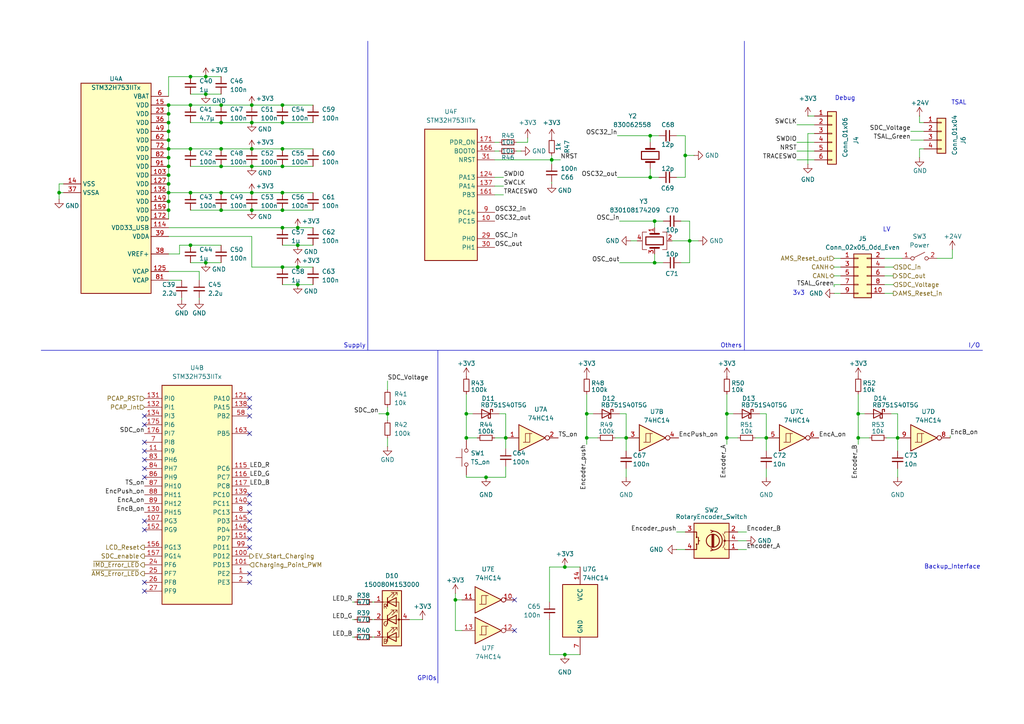
<source format=kicad_sch>
(kicad_sch
	(version 20231120)
	(generator "eeschema")
	(generator_version "8.0")
	(uuid "35b8a975-a1f8-4a47-8395-8e1ea283b386")
	(paper "A4")
	
	(junction
		(at 210.82 127)
		(diameter 0)
		(color 0 0 0 0)
		(uuid "03054f2e-9208-4716-83d7-1967059eae49")
	)
	(junction
		(at 170.18 120.015)
		(diameter 0)
		(color 0 0 0 0)
		(uuid "04edc9c4-6ba3-413b-80a1-5be3abfb178c")
	)
	(junction
		(at 48.895 58.42)
		(diameter 0)
		(color 0 0 0 0)
		(uuid "0639ff6d-0fa4-4a92-9101-ae69b2e89fd2")
	)
	(junction
		(at 135.255 127)
		(diameter 0)
		(color 0 0 0 0)
		(uuid "0da62957-c2c4-4942-91bd-ffb8d4251c5e")
	)
	(junction
		(at 59.69 22.225)
		(diameter 0)
		(color 0 0 0 0)
		(uuid "0fb52946-5285-4acc-80fc-8023aaa28b8f")
	)
	(junction
		(at 55.245 30.48)
		(diameter 0)
		(color 0 0 0 0)
		(uuid "1277a601-4d5f-42fb-a0c5-a1f18ba0016e")
	)
	(junction
		(at 260.35 127)
		(diameter 0)
		(color 0 0 0 0)
		(uuid "1ec9d057-6b69-4bff-b2f9-d0b216a47459")
	)
	(junction
		(at 181.61 127)
		(diameter 0)
		(color 0 0 0 0)
		(uuid "1fbd7fc5-8c6d-4ada-afcb-22c60ceb9e34")
	)
	(junction
		(at 132.08 173.99)
		(diameter 0)
		(color 0 0 0 0)
		(uuid "2372f2f0-8b6b-4ba0-8156-48184e2d7c4f")
	)
	(junction
		(at 163.83 164.465)
		(diameter 0)
		(color 0 0 0 0)
		(uuid "32af624e-2218-4443-87a1-2186e9d667d8")
	)
	(junction
		(at 248.92 120.015)
		(diameter 0)
		(color 0 0 0 0)
		(uuid "37d9dbe4-82b9-4615-805a-2f19a542c56e")
	)
	(junction
		(at 170.18 127)
		(diameter 0)
		(color 0 0 0 0)
		(uuid "384fafa7-2dc2-475f-b12a-20aa52e1d930")
	)
	(junction
		(at 112.395 120.015)
		(diameter 0)
		(color 0 0 0 0)
		(uuid "38d409b5-2312-4643-b1fc-fd0131fce598")
	)
	(junction
		(at 55.245 55.88)
		(diameter 0)
		(color 0 0 0 0)
		(uuid "3a44a5b6-35e6-477b-bf34-724cef99df7e")
	)
	(junction
		(at 48.895 30.48)
		(diameter 0)
		(color 0 0 0 0)
		(uuid "3b2e415b-e57a-4f5e-b680-987d6e0ee75d")
	)
	(junction
		(at 64.135 43.18)
		(diameter 0)
		(color 0 0 0 0)
		(uuid "412c5816-2822-46ca-a32f-61cb431bfe1e")
	)
	(junction
		(at 48.895 33.02)
		(diameter 0)
		(color 0 0 0 0)
		(uuid "430d2d22-0f07-45e6-a066-ebb18e98b45d")
	)
	(junction
		(at 81.915 77.47)
		(diameter 0)
		(color 0 0 0 0)
		(uuid "432f5d77-435d-4ec6-8d84-c3578eca972e")
	)
	(junction
		(at 73.025 48.26)
		(diameter 0)
		(color 0 0 0 0)
		(uuid "43f5a8a8-38be-4f74-81aa-71bbc42e5709")
	)
	(junction
		(at 248.92 127)
		(diameter 0)
		(color 0 0 0 0)
		(uuid "46587df5-c4cb-464f-b081-46b2e985f2df")
	)
	(junction
		(at 86.36 82.55)
		(diameter 0)
		(color 0 0 0 0)
		(uuid "4904ae19-57ee-4766-a793-026af6184969")
	)
	(junction
		(at 48.895 55.88)
		(diameter 0)
		(color 0 0 0 0)
		(uuid "4a33e8c1-b15f-4db0-b29d-1dd2148aad9a")
	)
	(junction
		(at 73.025 55.88)
		(diameter 0)
		(color 0 0 0 0)
		(uuid "4bd9b2ee-526d-4e54-8543-852c7a6f1074")
	)
	(junction
		(at 48.895 38.1)
		(diameter 0)
		(color 0 0 0 0)
		(uuid "4bef900f-dc66-42af-b560-e8cc8d6a6bce")
	)
	(junction
		(at 48.895 35.56)
		(diameter 0)
		(color 0 0 0 0)
		(uuid "4c2b925c-0792-420d-8f18-1f562d9b6ba2")
	)
	(junction
		(at 86.36 71.12)
		(diameter 0)
		(color 0 0 0 0)
		(uuid "4ff38491-b732-4bec-930a-4ca407ceb858")
	)
	(junction
		(at 198.755 45.085)
		(diameter 0)
		(color 0 0 0 0)
		(uuid "556ed635-fced-44e3-845c-f708c990d149")
	)
	(junction
		(at 163.83 189.865)
		(diameter 0)
		(color 0 0 0 0)
		(uuid "57546ade-761b-45ef-9890-daec7eb5d082")
	)
	(junction
		(at 81.915 66.04)
		(diameter 0)
		(color 0 0 0 0)
		(uuid "58f143f7-5a5b-4ff8-89cf-03a63964eb53")
	)
	(junction
		(at 189.865 64.135)
		(diameter 0)
		(color 0 0 0 0)
		(uuid "592f8bd9-4310-4fe4-b840-3718d5a08ff0")
	)
	(junction
		(at 73.025 35.56)
		(diameter 0)
		(color 0 0 0 0)
		(uuid "5a46c399-0f9f-4049-86b9-32bfb792b0a4")
	)
	(junction
		(at 55.245 22.225)
		(diameter 0)
		(color 0 0 0 0)
		(uuid "5ee7831a-b9cd-4699-8b90-ccd7a33a516a")
	)
	(junction
		(at 81.915 60.96)
		(diameter 0)
		(color 0 0 0 0)
		(uuid "62af3ba4-2380-4137-9c4c-8f703fa148db")
	)
	(junction
		(at 222.25 127)
		(diameter 0)
		(color 0 0 0 0)
		(uuid "68357784-7318-43f3-becd-152fcf669e7d")
	)
	(junction
		(at 73.025 30.48)
		(diameter 0)
		(color 0 0 0 0)
		(uuid "6b4ae941-68bd-4806-b564-6051c3e374f6")
	)
	(junction
		(at 48.895 45.72)
		(diameter 0)
		(color 0 0 0 0)
		(uuid "6e7d6e8b-008e-46f2-97bf-300e301fcdc5")
	)
	(junction
		(at 59.69 27.305)
		(diameter 0)
		(color 0 0 0 0)
		(uuid "84972f59-b0b8-441f-aae9-7917b0ac015f")
	)
	(junction
		(at 73.025 43.18)
		(diameter 0)
		(color 0 0 0 0)
		(uuid "84d185bd-171c-460f-91bf-66aa757880e7")
	)
	(junction
		(at 64.135 35.56)
		(diameter 0)
		(color 0 0 0 0)
		(uuid "8a3e42ba-433e-476e-bec8-923cd84f46fb")
	)
	(junction
		(at 48.895 50.8)
		(diameter 0)
		(color 0 0 0 0)
		(uuid "93864b3d-3224-4702-bf3d-2ed04340069c")
	)
	(junction
		(at 86.36 77.47)
		(diameter 0)
		(color 0 0 0 0)
		(uuid "9e0818cf-2913-43d0-81ad-5fd7c6a3ddb1")
	)
	(junction
		(at 140.97 138.43)
		(diameter 0)
		(color 0 0 0 0)
		(uuid "a2af58c6-5f1e-4b3e-b0c0-12a279005486")
	)
	(junction
		(at 64.135 48.26)
		(diameter 0)
		(color 0 0 0 0)
		(uuid "a8da62c7-b5b2-4a05-8568-ce944b258201")
	)
	(junction
		(at 189.865 76.2)
		(diameter 0)
		(color 0 0 0 0)
		(uuid "ac9f37a4-8446-4a5b-a6ff-9f608799a097")
	)
	(junction
		(at 48.895 48.26)
		(diameter 0)
		(color 0 0 0 0)
		(uuid "b510fd1a-117a-465f-a751-9a561bd2ac96")
	)
	(junction
		(at 48.895 40.64)
		(diameter 0)
		(color 0 0 0 0)
		(uuid "b530e2a2-741c-4c76-ace0-7d60e6d206ce")
	)
	(junction
		(at 135.255 120.015)
		(diameter 0)
		(color 0 0 0 0)
		(uuid "b5323042-cbc4-4c6d-8b55-da362d9db400")
	)
	(junction
		(at 81.915 55.88)
		(diameter 0)
		(color 0 0 0 0)
		(uuid "bca7b570-75fa-40a7-a5dd-b415eee9e6fa")
	)
	(junction
		(at 81.915 48.26)
		(diameter 0)
		(color 0 0 0 0)
		(uuid "bcf0274b-9b82-4ddd-b442-da13a9d22e46")
	)
	(junction
		(at 55.245 71.12)
		(diameter 0)
		(color 0 0 0 0)
		(uuid "bdeb1722-eb35-4647-a7e0-350ed2e01785")
	)
	(junction
		(at 200.025 69.85)
		(diameter 0)
		(color 0 0 0 0)
		(uuid "c2234057-b903-484a-a2e3-a32a8859901c")
	)
	(junction
		(at 73.025 60.96)
		(diameter 0)
		(color 0 0 0 0)
		(uuid "c55b6c0a-705b-4ad7-afc8-beda683bc62e")
	)
	(junction
		(at 55.245 43.18)
		(diameter 0)
		(color 0 0 0 0)
		(uuid "ced6b67c-b589-447b-b173-eb3d5278bd77")
	)
	(junction
		(at 86.36 66.04)
		(diameter 0)
		(color 0 0 0 0)
		(uuid "ceeeb9fd-c3cf-438c-9822-df85739f3524")
	)
	(junction
		(at 160.02 46.355)
		(diameter 0)
		(color 0 0 0 0)
		(uuid "d01fb329-49c1-4312-9a86-8c2522e92a75")
	)
	(junction
		(at 188.595 51.435)
		(diameter 0)
		(color 0 0 0 0)
		(uuid "d62f36d0-5342-483c-96b2-d979dd1cfd28")
	)
	(junction
		(at 188.595 39.37)
		(diameter 0)
		(color 0 0 0 0)
		(uuid "d7b6fc6c-855c-4ad5-b8db-ffb1631d4d8e")
	)
	(junction
		(at 17.145 55.88)
		(diameter 0)
		(color 0 0 0 0)
		(uuid "da4a391a-8756-4bbe-ad5d-6a5d7cc0698f")
	)
	(junction
		(at 59.69 76.2)
		(diameter 0)
		(color 0 0 0 0)
		(uuid "dc976682-daa7-427b-b632-e4e6f1b2f4a5")
	)
	(junction
		(at 146.685 127)
		(diameter 0)
		(color 0 0 0 0)
		(uuid "ddd035ed-81df-49e3-9245-82755440f4a5")
	)
	(junction
		(at 48.895 53.34)
		(diameter 0)
		(color 0 0 0 0)
		(uuid "e0d34c7c-a2c8-4d45-a4be-7edc074c7759")
	)
	(junction
		(at 210.82 120.015)
		(diameter 0)
		(color 0 0 0 0)
		(uuid "e28988d6-1ee7-4e20-9f02-35f81af9ff26")
	)
	(junction
		(at 81.915 30.48)
		(diameter 0)
		(color 0 0 0 0)
		(uuid "e6ae9a3e-d48c-4e18-9235-74fe81b4c978")
	)
	(junction
		(at 48.895 60.96)
		(diameter 0)
		(color 0 0 0 0)
		(uuid "eea696d1-0980-4f7d-9ba9-1ff3dcb2b606")
	)
	(junction
		(at 64.135 55.88)
		(diameter 0)
		(color 0 0 0 0)
		(uuid "f3f74bf6-10b1-4218-bfb6-61ef3118c054")
	)
	(junction
		(at 64.135 60.96)
		(diameter 0)
		(color 0 0 0 0)
		(uuid "f5150f2b-4683-49e5-a470-3066104142ee")
	)
	(junction
		(at 48.895 43.18)
		(diameter 0)
		(color 0 0 0 0)
		(uuid "f5abb69e-3023-40b6-8c88-ffed31815111")
	)
	(junction
		(at 64.135 30.48)
		(diameter 0)
		(color 0 0 0 0)
		(uuid "f71381d7-d154-4117-8ffa-0d9e641e8953")
	)
	(junction
		(at 81.915 43.18)
		(diameter 0)
		(color 0 0 0 0)
		(uuid "fa07ce36-60e8-4ebb-8b80-5cc0f863054d")
	)
	(junction
		(at 81.915 35.56)
		(diameter 0)
		(color 0 0 0 0)
		(uuid "fea021c6-6169-4cbd-bd9b-0c0e6e7bdfc0")
	)
	(no_connect
		(at 72.39 153.67)
		(uuid "0979849e-710e-47b6-86d7-e9c688b9aa11")
	)
	(no_connect
		(at 72.39 143.51)
		(uuid "13083978-a433-486d-9ce7-3968dc7190da")
	)
	(no_connect
		(at 41.91 123.19)
		(uuid "146ce1fc-bec7-4dc3-ab48-bc46d796fe51")
	)
	(no_connect
		(at 72.39 166.37)
		(uuid "184e0b37-2f9c-4056-97b4-ef1a017e4ee4")
	)
	(no_connect
		(at 41.91 168.91)
		(uuid "1ab33352-5df0-41d3-8a2b-70622302d93e")
	)
	(no_connect
		(at 72.39 168.91)
		(uuid "280c6123-36ed-4032-a8fb-23625e9cbf40")
	)
	(no_connect
		(at 149.225 182.88)
		(uuid "29403ca2-cc18-4015-b634-200487c369b9")
	)
	(no_connect
		(at 72.39 118.11)
		(uuid "3071b2a9-834c-4d88-bf39-2726c506937e")
	)
	(no_connect
		(at 72.39 156.21)
		(uuid "4f5fb956-ecd3-4e6a-b104-4f11672ec02d")
	)
	(no_connect
		(at 72.39 115.57)
		(uuid "554342c8-e8a6-401a-9844-51d2683b8c11")
	)
	(no_connect
		(at 72.39 148.59)
		(uuid "56d7413a-87a1-4ad6-8dbd-0da9468a8192")
	)
	(no_connect
		(at 41.91 153.67)
		(uuid "5cb0fac4-5588-43dd-a51e-c4f003bc7824")
	)
	(no_connect
		(at 41.91 171.45)
		(uuid "7e0e686d-2fb2-4695-9b96-f6d8257bde24")
	)
	(no_connect
		(at 149.225 173.99)
		(uuid "8cf95af1-9033-42fe-8297-3430137568f8")
	)
	(no_connect
		(at 72.39 146.05)
		(uuid "9c567fc2-914f-47ce-9a54-4d0e0f7c77a2")
	)
	(no_connect
		(at 72.39 125.73)
		(uuid "ae028c46-c4c0-44a8-ab15-5a3221e64571")
	)
	(no_connect
		(at 41.91 120.65)
		(uuid "bf91d5ab-3192-49f6-a0f3-cb8a4dc750a6")
	)
	(no_connect
		(at 41.91 138.43)
		(uuid "c17d3ccd-81ba-4fdd-af5d-4cffde13a405")
	)
	(no_connect
		(at 41.91 133.35)
		(uuid "c2dec42b-d8b6-4fba-8ad8-3058ad41867c")
	)
	(no_connect
		(at 41.91 130.81)
		(uuid "cb35255e-15c1-4414-bab0-36e7e6123437")
	)
	(no_connect
		(at 72.39 120.65)
		(uuid "cf225bd0-a812-4259-9c6d-76bce07b2df2")
	)
	(no_connect
		(at 41.91 135.89)
		(uuid "cf870591-39f4-4cb8-9b41-ec579bc32917")
	)
	(no_connect
		(at 41.91 151.13)
		(uuid "d187bd36-9147-40e9-9890-05ffb8be5838")
	)
	(no_connect
		(at 72.39 151.13)
		(uuid "d5239edf-0fe6-4ff8-9543-8df84bbc6dc6")
	)
	(no_connect
		(at 41.91 128.27)
		(uuid "d944d886-a214-438d-bf39-c2249697a1c3")
	)
	(no_connect
		(at 72.39 158.75)
		(uuid "e38f9f38-fab1-4a5d-8735-35ab6dacc3c2")
	)
	(wire
		(pts
			(xy 17.145 53.34) (xy 17.145 55.88)
		)
		(stroke
			(width 0)
			(type default)
		)
		(uuid "032e93c1-425f-4fcb-aba6-03ae1c74082b")
	)
	(wire
		(pts
			(xy 48.895 48.26) (xy 48.895 50.8)
		)
		(stroke
			(width 0)
			(type default)
		)
		(uuid "04debeef-549a-4c39-927b-69f1f0139e70")
	)
	(wire
		(pts
			(xy 102.235 184.785) (xy 102.87 184.785)
		)
		(stroke
			(width 0)
			(type default)
		)
		(uuid "05c2eb4c-a567-4a7b-9a8b-6cba89516905")
	)
	(wire
		(pts
			(xy 163.83 164.465) (xy 159.385 164.465)
		)
		(stroke
			(width 0)
			(type default)
		)
		(uuid "07a82d9a-9ca8-4d08-8726-f180541b7083")
	)
	(wire
		(pts
			(xy 81.915 82.55) (xy 86.36 82.55)
		)
		(stroke
			(width 0)
			(type default)
		)
		(uuid "0897e0f0-120b-400e-bb14-897e40e7b02d")
	)
	(wire
		(pts
			(xy 48.895 43.18) (xy 48.895 45.72)
		)
		(stroke
			(width 0)
			(type default)
		)
		(uuid "097118d6-edc8-4348-b70f-10344c435092")
	)
	(wire
		(pts
			(xy 276.225 74.93) (xy 271.78 74.93)
		)
		(stroke
			(width 0)
			(type default)
		)
		(uuid "0abfaed6-42e2-4ebd-ac06-07b93585aba9")
	)
	(wire
		(pts
			(xy 210.82 127) (xy 210.82 120.015)
		)
		(stroke
			(width 0)
			(type default)
		)
		(uuid "0acb257e-2494-4ba3-9e68-77f675c74b58")
	)
	(wire
		(pts
			(xy 132.08 173.99) (xy 133.985 173.99)
		)
		(stroke
			(width 0)
			(type default)
		)
		(uuid "0c12a21c-7010-4ff8-acfb-f02a5c09dbb8")
	)
	(wire
		(pts
			(xy 198.755 39.37) (xy 196.215 39.37)
		)
		(stroke
			(width 0)
			(type default)
		)
		(uuid "0f6e8366-0d81-4da7-9f30-62173a06d853")
	)
	(wire
		(pts
			(xy 179.07 51.435) (xy 188.595 51.435)
		)
		(stroke
			(width 0)
			(type default)
		)
		(uuid "0f761e8c-44a9-43ba-8303-ba52fba04da2")
	)
	(wire
		(pts
			(xy 81.915 30.48) (xy 90.805 30.48)
		)
		(stroke
			(width 0)
			(type default)
		)
		(uuid "0fa1f5e0-0ffe-4f7d-bf74-e541cdb35448")
	)
	(wire
		(pts
			(xy 55.245 27.305) (xy 59.69 27.305)
		)
		(stroke
			(width 0)
			(type default)
		)
		(uuid "104524c5-4e85-46bb-8fcf-6e42d9b60b65")
	)
	(wire
		(pts
			(xy 196.215 154.305) (xy 198.755 154.305)
		)
		(stroke
			(width 0)
			(type default)
		)
		(uuid "10bcdded-64db-4cbe-937c-70873d7cfb8e")
	)
	(wire
		(pts
			(xy 188.595 48.895) (xy 188.595 51.435)
		)
		(stroke
			(width 0)
			(type default)
		)
		(uuid "11e88f10-3504-432d-b8ed-d3a2e1236c08")
	)
	(wire
		(pts
			(xy 159.385 179.705) (xy 159.385 189.865)
		)
		(stroke
			(width 0)
			(type default)
		)
		(uuid "12993ed2-1dc1-4d0e-86ff-959c1d8c40f6")
	)
	(wire
		(pts
			(xy 191.135 39.37) (xy 188.595 39.37)
		)
		(stroke
			(width 0)
			(type default)
		)
		(uuid "13465972-5b15-4360-a8d8-10dafd7f715f")
	)
	(wire
		(pts
			(xy 48.895 78.74) (xy 57.785 78.74)
		)
		(stroke
			(width 0)
			(type default)
		)
		(uuid "148b4878-4176-450e-a5d5-e6bfe383516f")
	)
	(wire
		(pts
			(xy 276.225 72.39) (xy 276.225 74.93)
		)
		(stroke
			(width 0)
			(type default)
		)
		(uuid "149f6158-2d55-4904-9005-6a7af8f5b0bd")
	)
	(wire
		(pts
			(xy 48.895 68.58) (xy 73.025 68.58)
		)
		(stroke
			(width 0)
			(type default)
		)
		(uuid "17aaff2b-efe1-44db-8c2b-80df99259895")
	)
	(wire
		(pts
			(xy 266.7 45.72) (xy 266.7 43.18)
		)
		(stroke
			(width 0)
			(type default)
		)
		(uuid "17af4a42-5d6e-4b1d-a623-823e298f89ff")
	)
	(wire
		(pts
			(xy 248.92 127) (xy 248.92 120.015)
		)
		(stroke
			(width 0)
			(type default)
		)
		(uuid "189cc12e-17f9-4ac7-a5e3-046d825e6b14")
	)
	(wire
		(pts
			(xy 86.36 66.04) (xy 90.805 66.04)
		)
		(stroke
			(width 0)
			(type default)
		)
		(uuid "1a1d5fa7-6a93-453f-bf03-bdc034a2e77b")
	)
	(wire
		(pts
			(xy 81.915 55.88) (xy 90.805 55.88)
		)
		(stroke
			(width 0)
			(type default)
		)
		(uuid "1c4dff5e-c946-4edf-b17e-21144a60469e")
	)
	(wire
		(pts
			(xy 241.935 77.47) (xy 243.84 77.47)
		)
		(stroke
			(width 0)
			(type default)
		)
		(uuid "1d2e0e02-2515-4d66-aeb3-65162d89a3f4")
	)
	(wire
		(pts
			(xy 153.035 41.275) (xy 149.86 41.275)
		)
		(stroke
			(width 0)
			(type default)
		)
		(uuid "1f04f8da-308f-4d4b-b645-ba6a9e3ab5d0")
	)
	(wire
		(pts
			(xy 64.135 30.48) (xy 73.025 30.48)
		)
		(stroke
			(width 0)
			(type default)
		)
		(uuid "1faf3668-c96e-4421-a896-b7c77f08f668")
	)
	(wire
		(pts
			(xy 48.895 81.28) (xy 52.705 81.28)
		)
		(stroke
			(width 0)
			(type default)
		)
		(uuid "1ffb5664-1168-4c3c-85d6-4fdbdf0c4e6e")
	)
	(wire
		(pts
			(xy 264.16 38.1) (xy 267.97 38.1)
		)
		(stroke
			(width 0)
			(type default)
		)
		(uuid "24d23fd4-dde8-468b-82b9-b8390fc82a84")
	)
	(wire
		(pts
			(xy 135.255 120.015) (xy 135.255 114.3)
		)
		(stroke
			(width 0)
			(type default)
		)
		(uuid "24dd2109-d885-4f25-9b95-438c9c83cf53")
	)
	(wire
		(pts
			(xy 179.705 76.2) (xy 189.865 76.2)
		)
		(stroke
			(width 0)
			(type default)
		)
		(uuid "253dfb7b-e994-492e-9366-0b579cd2b921")
	)
	(wire
		(pts
			(xy 143.51 56.515) (xy 146.05 56.515)
		)
		(stroke
			(width 0)
			(type default)
		)
		(uuid "2648ca35-0d3b-41fc-a0c7-4426c47646af")
	)
	(wire
		(pts
			(xy 178.435 127) (xy 181.61 127)
		)
		(stroke
			(width 0)
			(type default)
		)
		(uuid "2648ed24-8d46-4019-81af-59cb3d3be6ef")
	)
	(wire
		(pts
			(xy 160.02 45.085) (xy 160.02 46.355)
		)
		(stroke
			(width 0)
			(type default)
		)
		(uuid "26c33951-823a-4537-8b37-6d067360a301")
	)
	(wire
		(pts
			(xy 181.61 127) (xy 181.61 130.81)
		)
		(stroke
			(width 0)
			(type default)
		)
		(uuid "2cdd5f51-0d96-4792-81bb-d51b64b09cb3")
	)
	(wire
		(pts
			(xy 48.895 22.225) (xy 55.245 22.225)
		)
		(stroke
			(width 0)
			(type default)
		)
		(uuid "309416c5-01a5-479d-b151-4aa15c679aae")
	)
	(wire
		(pts
			(xy 73.025 77.47) (xy 81.915 77.47)
		)
		(stroke
			(width 0)
			(type default)
		)
		(uuid "310b3c16-f636-42e3-92d9-8323bba36848")
	)
	(wire
		(pts
			(xy 64.135 35.56) (xy 73.025 35.56)
		)
		(stroke
			(width 0)
			(type default)
		)
		(uuid "330ea2aa-85e8-4ceb-99f4-7100f8ce0417")
	)
	(wire
		(pts
			(xy 160.02 46.355) (xy 162.56 46.355)
		)
		(stroke
			(width 0)
			(type default)
		)
		(uuid "347806f3-c012-4e14-b373-8933bd8734e0")
	)
	(wire
		(pts
			(xy 59.69 22.225) (xy 64.135 22.225)
		)
		(stroke
			(width 0)
			(type default)
		)
		(uuid "36718045-fcd1-41c9-be9f-27d2b1210fea")
	)
	(wire
		(pts
			(xy 64.135 55.88) (xy 73.025 55.88)
		)
		(stroke
			(width 0)
			(type default)
		)
		(uuid "36d2f170-42d7-42b6-bedf-1e807c2cdfa4")
	)
	(wire
		(pts
			(xy 132.08 182.88) (xy 133.985 182.88)
		)
		(stroke
			(width 0)
			(type default)
		)
		(uuid "37e53374-fbe2-4c94-9df6-af2d252aceb1")
	)
	(wire
		(pts
			(xy 212.725 120.015) (xy 210.82 120.015)
		)
		(stroke
			(width 0)
			(type default)
		)
		(uuid "3d2600c5-4b7c-4f1d-afa3-11b5c6dcb5c5")
	)
	(wire
		(pts
			(xy 48.895 40.64) (xy 48.895 43.18)
		)
		(stroke
			(width 0)
			(type default)
		)
		(uuid "3ef07bc0-0d1b-4958-a3ce-4224cfe09f5c")
	)
	(wire
		(pts
			(xy 143.51 43.815) (xy 144.78 43.815)
		)
		(stroke
			(width 0)
			(type default)
		)
		(uuid "403943a3-7606-4350-b9f9-7a83a426e950")
	)
	(wire
		(pts
			(xy 55.245 71.12) (xy 64.135 71.12)
		)
		(stroke
			(width 0)
			(type default)
		)
		(uuid "41a4017a-ed14-481c-94d2-358f975fdabf")
	)
	(wire
		(pts
			(xy 146.685 135.255) (xy 146.685 138.43)
		)
		(stroke
			(width 0)
			(type default)
		)
		(uuid "42a6c1c1-0bec-4a64-ba97-022485632b2c")
	)
	(wire
		(pts
			(xy 196.215 159.385) (xy 198.755 159.385)
		)
		(stroke
			(width 0)
			(type default)
		)
		(uuid "45efd4b5-380f-4cd4-904f-cf4fa9f9daec")
	)
	(wire
		(pts
			(xy 86.36 77.47) (xy 90.805 77.47)
		)
		(stroke
			(width 0)
			(type default)
		)
		(uuid "4744999c-668b-4ef7-aadc-3605c6b773bc")
	)
	(wire
		(pts
			(xy 181.61 120.015) (xy 179.705 120.015)
		)
		(stroke
			(width 0)
			(type default)
		)
		(uuid "49c65d79-8bc2-442d-ab86-201154fc87cc")
	)
	(wire
		(pts
			(xy 241.935 82.55) (xy 243.84 82.55)
		)
		(stroke
			(width 0)
			(type default)
		)
		(uuid "4a8c75fc-97c8-4a4c-ae30-d2dd3740701b")
	)
	(wire
		(pts
			(xy 81.915 66.04) (xy 86.36 66.04)
		)
		(stroke
			(width 0)
			(type default)
		)
		(uuid "4b920d01-933a-491c-99e7-03b14beb823a")
	)
	(wire
		(pts
			(xy 18.415 55.88) (xy 17.145 55.88)
		)
		(stroke
			(width 0)
			(type default)
		)
		(uuid "4d5c3bc0-56ca-42fc-9e4b-f425c7170797")
	)
	(wire
		(pts
			(xy 52.07 73.66) (xy 52.07 71.12)
		)
		(stroke
			(width 0)
			(type default)
		)
		(uuid "50907a1c-ae3b-4cb2-8b1f-a2bbd698e6e7")
	)
	(wire
		(pts
			(xy 198.755 45.085) (xy 198.755 39.37)
		)
		(stroke
			(width 0)
			(type default)
		)
		(uuid "50b98742-cad0-4c19-a7a0-a62a29ac5fcc")
	)
	(wire
		(pts
			(xy 222.25 120.015) (xy 220.345 120.015)
		)
		(stroke
			(width 0)
			(type default)
		)
		(uuid "5191c369-027d-4092-b2b8-93d2603c665e")
	)
	(wire
		(pts
			(xy 260.35 135.89) (xy 260.35 138.43)
		)
		(stroke
			(width 0)
			(type default)
		)
		(uuid "5248ae66-747b-402d-b1e1-3923ddbceb53")
	)
	(wire
		(pts
			(xy 112.395 129.54) (xy 112.395 127)
		)
		(stroke
			(width 0)
			(type default)
		)
		(uuid "55392592-7026-4f7e-ac69-d16b34d6c332")
	)
	(wire
		(pts
			(xy 192.405 64.135) (xy 189.865 64.135)
		)
		(stroke
			(width 0)
			(type default)
		)
		(uuid "555e9d66-742b-4eec-a060-e02888a73929")
	)
	(wire
		(pts
			(xy 146.685 127) (xy 146.685 120.015)
		)
		(stroke
			(width 0)
			(type default)
		)
		(uuid "55cfb840-558a-4935-83f9-4eb19eacb4b8")
	)
	(wire
		(pts
			(xy 143.51 51.435) (xy 146.05 51.435)
		)
		(stroke
			(width 0)
			(type default)
		)
		(uuid "57d04a43-6d2e-4867-91ea-a8b774abf2a0")
	)
	(wire
		(pts
			(xy 189.865 64.135) (xy 189.865 66.04)
		)
		(stroke
			(width 0)
			(type default)
		)
		(uuid "5a7fb71b-fa03-4ad2-9d6d-61e0ee9e0398")
	)
	(wire
		(pts
			(xy 59.69 76.2) (xy 64.135 76.2)
		)
		(stroke
			(width 0)
			(type default)
		)
		(uuid "5aff9e20-a3fa-44e2-b265-1bacc7296e59")
	)
	(polyline
		(pts
			(xy 215.9 11.938) (xy 215.9 101.6)
		)
		(stroke
			(width 0)
			(type default)
		)
		(uuid "5d5a5bf6-27d1-48b9-96a5-b3ec58aa8e29")
	)
	(wire
		(pts
			(xy 160.02 47.625) (xy 160.02 46.355)
		)
		(stroke
			(width 0)
			(type default)
		)
		(uuid "60b71a6b-1157-4946-bc97-0a3329be562e")
	)
	(wire
		(pts
			(xy 163.83 189.865) (xy 168.275 189.865)
		)
		(stroke
			(width 0)
			(type default)
		)
		(uuid "6135ec72-54f1-443e-a5b5-c37342bd387e")
	)
	(wire
		(pts
			(xy 107.95 179.705) (xy 108.585 179.705)
		)
		(stroke
			(width 0)
			(type default)
		)
		(uuid "62b842d4-cccf-48c1-93fb-672495a4281c")
	)
	(wire
		(pts
			(xy 73.025 30.48) (xy 81.915 30.48)
		)
		(stroke
			(width 0)
			(type default)
		)
		(uuid "6303d52b-100d-46f3-a928-30836b82f1cc")
	)
	(wire
		(pts
			(xy 81.915 48.26) (xy 90.805 48.26)
		)
		(stroke
			(width 0)
			(type default)
		)
		(uuid "6396b971-f44f-406f-9e4e-0613cb6bf000")
	)
	(wire
		(pts
			(xy 135.255 127.635) (xy 135.255 127)
		)
		(stroke
			(width 0)
			(type default)
		)
		(uuid "64e3a189-c1ad-459d-995d-a0035f523f27")
	)
	(wire
		(pts
			(xy 112.395 120.015) (xy 109.855 120.015)
		)
		(stroke
			(width 0)
			(type default)
		)
		(uuid "6625ace8-7df0-49fe-be18-552f69797353")
	)
	(wire
		(pts
			(xy 55.245 35.56) (xy 64.135 35.56)
		)
		(stroke
			(width 0)
			(type default)
		)
		(uuid "6806237e-7ade-4701-8b03-154f1dcd585d")
	)
	(wire
		(pts
			(xy 48.895 55.88) (xy 48.895 58.42)
		)
		(stroke
			(width 0)
			(type default)
		)
		(uuid "6a586c9f-68a8-4812-82a9-a5e31d2a3515")
	)
	(wire
		(pts
			(xy 170.18 127) (xy 170.18 120.015)
		)
		(stroke
			(width 0)
			(type default)
		)
		(uuid "6be6246e-4199-4714-be23-b158dcd26c83")
	)
	(wire
		(pts
			(xy 170.18 120.015) (xy 170.18 114.3)
		)
		(stroke
			(width 0)
			(type default)
		)
		(uuid "6d08ff60-dd10-45f6-8a05-095ee98a5730")
	)
	(wire
		(pts
			(xy 118.745 179.705) (xy 122.555 179.705)
		)
		(stroke
			(width 0)
			(type default)
		)
		(uuid "6d45df03-d4db-468d-b940-85424d61490f")
	)
	(wire
		(pts
			(xy 153.035 40.005) (xy 153.035 41.275)
		)
		(stroke
			(width 0)
			(type default)
		)
		(uuid "6d4f3bce-43e5-4382-80fd-e1bf727cadaf")
	)
	(wire
		(pts
			(xy 264.16 40.64) (xy 267.97 40.64)
		)
		(stroke
			(width 0)
			(type default)
		)
		(uuid "6e4c3d8c-0039-454c-9ed5-ebed97a25dfd")
	)
	(wire
		(pts
			(xy 200.025 76.2) (xy 200.025 69.85)
		)
		(stroke
			(width 0)
			(type default)
		)
		(uuid "6e65cf2f-79a8-42d3-a1d9-dc3348bdfd63")
	)
	(wire
		(pts
			(xy 260.35 127) (xy 260.35 130.81)
		)
		(stroke
			(width 0)
			(type default)
		)
		(uuid "6ef6778b-bc85-4d70-ac90-14af113f39b0")
	)
	(wire
		(pts
			(xy 234.315 38.735) (xy 236.22 38.735)
		)
		(stroke
			(width 0)
			(type default)
		)
		(uuid "6f73b510-add9-447a-a656-606690f47875")
	)
	(wire
		(pts
			(xy 189.865 76.2) (xy 192.405 76.2)
		)
		(stroke
			(width 0)
			(type default)
		)
		(uuid "703d9349-c8a4-4a59-8d3d-5b12a6be4b90")
	)
	(wire
		(pts
			(xy 181.61 135.89) (xy 181.61 138.43)
		)
		(stroke
			(width 0)
			(type default)
		)
		(uuid "72e34599-0c42-46a0-9c0b-77a570bf18de")
	)
	(wire
		(pts
			(xy 52.07 71.12) (xy 55.245 71.12)
		)
		(stroke
			(width 0)
			(type default)
		)
		(uuid "73b6ecd5-6c6d-4016-bd27-0a2d8d9f1dcb")
	)
	(wire
		(pts
			(xy 222.25 135.89) (xy 222.25 138.43)
		)
		(stroke
			(width 0)
			(type default)
		)
		(uuid "758d34b8-5e0c-4d3e-a8e7-0bf6f0655aa8")
	)
	(wire
		(pts
			(xy 81.915 77.47) (xy 86.36 77.47)
		)
		(stroke
			(width 0)
			(type default)
		)
		(uuid "75c1b770-6d91-48ed-b5bb-2a7474ec1302")
	)
	(wire
		(pts
			(xy 248.92 120.015) (xy 248.92 114.3)
		)
		(stroke
			(width 0)
			(type default)
		)
		(uuid "75c4b408-7bb5-4316-be8b-144dfb3a0679")
	)
	(wire
		(pts
			(xy 81.915 35.56) (xy 90.805 35.56)
		)
		(stroke
			(width 0)
			(type default)
		)
		(uuid "79b4f1a0-ad3e-42ad-8d4d-96fdacee2d98")
	)
	(wire
		(pts
			(xy 222.25 127) (xy 222.25 120.015)
		)
		(stroke
			(width 0)
			(type default)
		)
		(uuid "7a70a435-d0a5-4728-9fe3-488b103c0ff1")
	)
	(wire
		(pts
			(xy 48.895 73.66) (xy 52.07 73.66)
		)
		(stroke
			(width 0)
			(type default)
		)
		(uuid "7af938fc-d107-4e8b-b420-77fc02771c52")
	)
	(wire
		(pts
			(xy 275.59 127) (xy 275.59 126.365)
		)
		(stroke
			(width 0)
			(type default)
		)
		(uuid "7f725b4f-659d-48ef-a319-985a2cbfb908")
	)
	(wire
		(pts
			(xy 219.075 127) (xy 222.25 127)
		)
		(stroke
			(width 0)
			(type default)
		)
		(uuid "839b782e-28ab-428d-b1be-7822af7b71cb")
	)
	(wire
		(pts
			(xy 179.705 64.135) (xy 189.865 64.135)
		)
		(stroke
			(width 0)
			(type default)
		)
		(uuid "83a55d68-4ab7-4179-9354-0c5cc77b1c73")
	)
	(wire
		(pts
			(xy 64.135 48.26) (xy 73.025 48.26)
		)
		(stroke
			(width 0)
			(type default)
		)
		(uuid "84e3fdd0-3727-441e-a756-9e0c64b0f45f")
	)
	(polyline
		(pts
			(xy 106.68 11.938) (xy 106.68 101.6)
		)
		(stroke
			(width 0)
			(type default)
		)
		(uuid "84f38b85-0f5d-4a4b-80bb-696a14d4aafa")
	)
	(wire
		(pts
			(xy 140.97 138.43) (xy 146.685 138.43)
		)
		(stroke
			(width 0)
			(type default)
		)
		(uuid "86313ec9-c45c-40da-8b43-e3bfab508203")
	)
	(wire
		(pts
			(xy 248.92 127) (xy 252.095 127)
		)
		(stroke
			(width 0)
			(type default)
		)
		(uuid "86947a20-bfbb-470f-ade3-d9f6007b69ac")
	)
	(wire
		(pts
			(xy 143.51 53.975) (xy 146.05 53.975)
		)
		(stroke
			(width 0)
			(type default)
		)
		(uuid "88b8f5b6-3715-41e0-a3a8-0d0e3a6c1e02")
	)
	(wire
		(pts
			(xy 168.275 164.465) (xy 163.83 164.465)
		)
		(stroke
			(width 0)
			(type default)
		)
		(uuid "89e32d00-bc94-4885-82e0-5dd30728688e")
	)
	(wire
		(pts
			(xy 48.895 66.04) (xy 81.915 66.04)
		)
		(stroke
			(width 0)
			(type default)
		)
		(uuid "8b6d86c8-a76b-4172-a3e3-318a9ff50aa3")
	)
	(polyline
		(pts
			(xy 127 101.6) (xy 127 198.12)
		)
		(stroke
			(width 0)
			(type default)
		)
		(uuid "8bcf0b4a-6f01-4a5f-b0f5-c84531e850c3")
	)
	(wire
		(pts
			(xy 260.35 120.015) (xy 258.445 120.015)
		)
		(stroke
			(width 0)
			(type default)
		)
		(uuid "8c19e9ff-e4ef-4483-a680-8e6b2961edcb")
	)
	(wire
		(pts
			(xy 210.82 127) (xy 213.995 127)
		)
		(stroke
			(width 0)
			(type default)
		)
		(uuid "8c3414c8-1f18-4d52-9d18-92efb010e968")
	)
	(wire
		(pts
			(xy 102.235 174.625) (xy 102.87 174.625)
		)
		(stroke
			(width 0)
			(type default)
		)
		(uuid "8ebbf762-fbce-49fe-bfeb-dcdacafb24c4")
	)
	(wire
		(pts
			(xy 231.14 41.275) (xy 236.22 41.275)
		)
		(stroke
			(width 0)
			(type default)
		)
		(uuid "9010c615-b8dc-48be-91ed-68e32181e1d7")
	)
	(wire
		(pts
			(xy 189.865 73.66) (xy 189.865 76.2)
		)
		(stroke
			(width 0)
			(type default)
		)
		(uuid "901b9b2d-ac73-44b7-895b-ec05897b6639")
	)
	(wire
		(pts
			(xy 200.025 69.85) (xy 202.565 69.85)
		)
		(stroke
			(width 0)
			(type default)
		)
		(uuid "9093e411-b067-4966-8fa8-328292f3ebea")
	)
	(wire
		(pts
			(xy 48.895 53.34) (xy 48.895 55.88)
		)
		(stroke
			(width 0)
			(type default)
		)
		(uuid "90b8ebde-31c8-4847-a287-5f7fd9675ba3")
	)
	(wire
		(pts
			(xy 243.84 85.09) (xy 241.935 85.09)
		)
		(stroke
			(width 0)
			(type default)
		)
		(uuid "91741062-b740-4586-b9f4-922451ae440c")
	)
	(wire
		(pts
			(xy 170.18 128.905) (xy 170.18 127)
		)
		(stroke
			(width 0)
			(type default)
		)
		(uuid "964c4c95-0edc-42d0-810d-ad4479439d49")
	)
	(wire
		(pts
			(xy 86.36 71.12) (xy 90.805 71.12)
		)
		(stroke
			(width 0)
			(type default)
		)
		(uuid "973662df-2e27-4c95-a259-713a9d128e46")
	)
	(wire
		(pts
			(xy 159.385 164.465) (xy 159.385 174.625)
		)
		(stroke
			(width 0)
			(type default)
		)
		(uuid "978df144-cdde-4d69-8b01-c4fe7024360a")
	)
	(wire
		(pts
			(xy 188.595 51.435) (xy 191.135 51.435)
		)
		(stroke
			(width 0)
			(type default)
		)
		(uuid "97ede80a-b5b1-4149-b441-4a9a24261021")
	)
	(wire
		(pts
			(xy 17.145 55.88) (xy 17.145 57.785)
		)
		(stroke
			(width 0)
			(type default)
		)
		(uuid "98d5f97d-76ee-4339-9fcb-0aad1bffdd91")
	)
	(wire
		(pts
			(xy 266.7 33.655) (xy 266.7 35.56)
		)
		(stroke
			(width 0)
			(type default)
		)
		(uuid "9b45f6d1-d5f6-49df-b13f-a61d564c7e69")
	)
	(wire
		(pts
			(xy 200.025 69.85) (xy 194.945 69.85)
		)
		(stroke
			(width 0)
			(type default)
		)
		(uuid "9cc1ff3f-cefe-4a7e-b237-e926d6edbe05")
	)
	(wire
		(pts
			(xy 266.7 35.56) (xy 267.97 35.56)
		)
		(stroke
			(width 0)
			(type default)
		)
		(uuid "9d514266-0ddd-4350-a00d-f23dcaf52f6f")
	)
	(wire
		(pts
			(xy 241.935 83.185) (xy 241.935 82.55)
		)
		(stroke
			(width 0)
			(type default)
		)
		(uuid "9f544dbe-c4bf-4ea9-ae26-92987485c5f5")
	)
	(wire
		(pts
			(xy 48.895 45.72) (xy 48.895 48.26)
		)
		(stroke
			(width 0)
			(type default)
		)
		(uuid "9f9ae461-b89c-4786-9861-dda1960da6f7")
	)
	(wire
		(pts
			(xy 55.245 22.225) (xy 59.69 22.225)
		)
		(stroke
			(width 0)
			(type default)
		)
		(uuid "a10ab475-065e-44da-aa1e-4acd1b79678e")
	)
	(wire
		(pts
			(xy 73.025 60.96) (xy 81.915 60.96)
		)
		(stroke
			(width 0)
			(type default)
		)
		(uuid "a1794c33-030e-4353-b243-ecbb43184f8d")
	)
	(wire
		(pts
			(xy 146.685 127) (xy 146.685 130.175)
		)
		(stroke
			(width 0)
			(type default)
		)
		(uuid "a492a2d2-690f-48ce-8b67-44ff70ef9cd0")
	)
	(wire
		(pts
			(xy 81.915 71.12) (xy 86.36 71.12)
		)
		(stroke
			(width 0)
			(type default)
		)
		(uuid "a5b56033-b81b-415f-a7ab-e84f87f8230e")
	)
	(wire
		(pts
			(xy 200.025 69.85) (xy 200.025 64.135)
		)
		(stroke
			(width 0)
			(type default)
		)
		(uuid "a5ffdd7d-d73d-4f19-a48a-67b6dccc47b4")
	)
	(wire
		(pts
			(xy 112.395 113.03) (xy 112.395 110.49)
		)
		(stroke
			(width 0)
			(type default)
		)
		(uuid "a718020f-1fd0-4ca7-bf42-8f95f5bffabc")
	)
	(wire
		(pts
			(xy 143.51 46.355) (xy 160.02 46.355)
		)
		(stroke
			(width 0)
			(type default)
		)
		(uuid "a7538366-43ba-4f57-a90e-c52e3d942daa")
	)
	(wire
		(pts
			(xy 135.255 138.43) (xy 135.255 137.795)
		)
		(stroke
			(width 0)
			(type default)
		)
		(uuid "a87a4e21-be8f-4c97-aa39-590f7357b5aa")
	)
	(wire
		(pts
			(xy 55.245 30.48) (xy 64.135 30.48)
		)
		(stroke
			(width 0)
			(type default)
		)
		(uuid "a904c53b-8e3e-4bc5-a27f-7383e8f2953d")
	)
	(wire
		(pts
			(xy 260.35 127) (xy 260.35 120.015)
		)
		(stroke
			(width 0)
			(type default)
		)
		(uuid "a9068bf5-f10c-47f0-993f-76eee5b0d4a3")
	)
	(wire
		(pts
			(xy 256.54 74.93) (xy 261.62 74.93)
		)
		(stroke
			(width 0)
			(type default)
		)
		(uuid "aa32e37b-0a16-4d8d-9d0d-b8b5ce96dcc7")
	)
	(wire
		(pts
			(xy 248.92 128.905) (xy 248.92 127)
		)
		(stroke
			(width 0)
			(type default)
		)
		(uuid "abc310cb-857c-4753-b28e-44fa907af802")
	)
	(wire
		(pts
			(xy 73.025 35.56) (xy 81.915 35.56)
		)
		(stroke
			(width 0)
			(type default)
		)
		(uuid "abd2ae2c-7f6e-41ad-b5a6-a31e8ed94f3d")
	)
	(wire
		(pts
			(xy 170.18 127) (xy 173.355 127)
		)
		(stroke
			(width 0)
			(type default)
		)
		(uuid "ac89e3fd-dd43-4a14-8ceb-8cbdca514b96")
	)
	(wire
		(pts
			(xy 55.245 55.88) (xy 64.135 55.88)
		)
		(stroke
			(width 0)
			(type default)
		)
		(uuid "ae0acb81-b15c-450b-a2ac-387ea9ab04b3")
	)
	(wire
		(pts
			(xy 48.895 43.18) (xy 55.245 43.18)
		)
		(stroke
			(width 0)
			(type default)
		)
		(uuid "aff8a17b-3015-4cf1-8e0d-8ef617a730ba")
	)
	(wire
		(pts
			(xy 198.755 45.085) (xy 201.295 45.085)
		)
		(stroke
			(width 0)
			(type default)
		)
		(uuid "b02cc84c-3b43-429e-8e86-e6e1d1ce361b")
	)
	(wire
		(pts
			(xy 48.895 30.48) (xy 48.895 33.02)
		)
		(stroke
			(width 0)
			(type default)
		)
		(uuid "b1ae31fb-1a94-46ff-a0d3-79e8bfa3c878")
	)
	(wire
		(pts
			(xy 73.025 68.58) (xy 73.025 77.47)
		)
		(stroke
			(width 0)
			(type default)
		)
		(uuid "b1dc4209-40df-4759-aea9-c51c8866f739")
	)
	(wire
		(pts
			(xy 59.69 27.305) (xy 64.135 27.305)
		)
		(stroke
			(width 0)
			(type default)
		)
		(uuid "b3d8913f-1aa7-40ac-99a2-1b72070425a2")
	)
	(wire
		(pts
			(xy 184.785 69.85) (xy 182.88 69.85)
		)
		(stroke
			(width 0)
			(type default)
		)
		(uuid "b44ddd19-f7b2-4443-823a-1c3e203348e6")
	)
	(wire
		(pts
			(xy 135.255 127) (xy 135.255 120.015)
		)
		(stroke
			(width 0)
			(type default)
		)
		(uuid "b7cba170-70ae-4972-b3c4-430afeae4177")
	)
	(wire
		(pts
			(xy 48.895 38.1) (xy 48.895 40.64)
		)
		(stroke
			(width 0)
			(type default)
		)
		(uuid "b9134148-0f84-422d-a32b-3fcf769797f7")
	)
	(wire
		(pts
			(xy 266.7 43.18) (xy 267.97 43.18)
		)
		(stroke
			(width 0)
			(type default)
		)
		(uuid "ba6006e7-4dd6-47cd-9a49-d472237f9fca")
	)
	(wire
		(pts
			(xy 172.085 120.015) (xy 170.18 120.015)
		)
		(stroke
			(width 0)
			(type default)
		)
		(uuid "baeb7b60-9c99-42da-954b-285a5d08ccdd")
	)
	(wire
		(pts
			(xy 259.08 80.01) (xy 256.54 80.01)
		)
		(stroke
			(width 0)
			(type default)
		)
		(uuid "be3e7755-9ddd-4e14-bf63-c382e9a0fa96")
	)
	(wire
		(pts
			(xy 257.175 127) (xy 260.35 127)
		)
		(stroke
			(width 0)
			(type default)
		)
		(uuid "be9589eb-4df5-4c13-b58e-20a279090754")
	)
	(wire
		(pts
			(xy 137.16 120.015) (xy 135.255 120.015)
		)
		(stroke
			(width 0)
			(type default)
		)
		(uuid "c027cedb-0ebe-43e6-a27b-7a3ebdb42a87")
	)
	(wire
		(pts
			(xy 198.755 51.435) (xy 198.755 45.085)
		)
		(stroke
			(width 0)
			(type default)
		)
		(uuid "c05031d1-c5f7-4e32-97ca-5bd564c91da7")
	)
	(wire
		(pts
			(xy 64.135 43.18) (xy 73.025 43.18)
		)
		(stroke
			(width 0)
			(type default)
		)
		(uuid "c1d25501-d3fe-4f7d-9654-beb2d3627ac7")
	)
	(polyline
		(pts
			(xy 11.938 101.6) (xy 284.988 101.6)
		)
		(stroke
			(width 0)
			(type default)
		)
		(uuid "c26f9d12-bed4-45ec-9b5b-c8deae82dbc8")
	)
	(wire
		(pts
			(xy 112.395 121.92) (xy 112.395 120.015)
		)
		(stroke
			(width 0)
			(type default)
		)
		(uuid "c31f2617-caa5-4a7d-990a-868a5a780034")
	)
	(wire
		(pts
			(xy 48.895 27.94) (xy 48.895 22.225)
		)
		(stroke
			(width 0)
			(type default)
		)
		(uuid "c3796c48-a789-4b20-a083-0e1d425deda3")
	)
	(wire
		(pts
			(xy 231.14 36.195) (xy 236.22 36.195)
		)
		(stroke
			(width 0)
			(type default)
		)
		(uuid "c4cc7595-e852-46e0-a31f-7880cd8d32d8")
	)
	(wire
		(pts
			(xy 259.08 77.47) (xy 256.54 77.47)
		)
		(stroke
			(width 0)
			(type default)
		)
		(uuid "c65c5f2c-0fbe-4cfe-bc9d-11f7ed508b7e")
	)
	(wire
		(pts
			(xy 73.025 48.26) (xy 81.915 48.26)
		)
		(stroke
			(width 0)
			(type default)
		)
		(uuid "c669eee8-cc24-42bd-ab09-308673a75537")
	)
	(wire
		(pts
			(xy 57.785 86.36) (xy 57.785 86.995)
		)
		(stroke
			(width 0)
			(type default)
		)
		(uuid "c68610c4-f28d-43f9-bfa1-f701535aa437")
	)
	(wire
		(pts
			(xy 159.385 189.865) (xy 163.83 189.865)
		)
		(stroke
			(width 0)
			(type default)
		)
		(uuid "c6ac5b37-fed8-4471-a7d6-cd08d01fc0c8")
	)
	(wire
		(pts
			(xy 188.595 39.37) (xy 188.595 41.275)
		)
		(stroke
			(width 0)
			(type default)
		)
		(uuid "c746e32e-dd45-4e64-bb62-4f908a2c0b2f")
	)
	(wire
		(pts
			(xy 216.535 154.305) (xy 213.995 154.305)
		)
		(stroke
			(width 0)
			(type default)
		)
		(uuid "c767a549-db88-4047-86e1-262e69804411")
	)
	(wire
		(pts
			(xy 48.895 33.02) (xy 48.895 35.56)
		)
		(stroke
			(width 0)
			(type default)
		)
		(uuid "c7bd5086-ca38-44f5-870f-2f752df89d1b")
	)
	(wire
		(pts
			(xy 55.245 43.18) (xy 64.135 43.18)
		)
		(stroke
			(width 0)
			(type default)
		)
		(uuid "ca072fd7-5b8b-471b-929e-2aa276017629")
	)
	(wire
		(pts
			(xy 234.315 47.625) (xy 234.315 38.735)
		)
		(stroke
			(width 0)
			(type default)
		)
		(uuid "cb602a9a-e333-405a-af64-80e46bab2e85")
	)
	(wire
		(pts
			(xy 210.82 120.015) (xy 210.82 114.3)
		)
		(stroke
			(width 0)
			(type default)
		)
		(uuid "cb7418fc-117e-4226-9dc6-3304eeda79c0")
	)
	(wire
		(pts
			(xy 112.395 120.015) (xy 112.395 118.11)
		)
		(stroke
			(width 0)
			(type default)
		)
		(uuid "cb9574ab-64dd-46d6-a9d1-512c2e4f69a6")
	)
	(wire
		(pts
			(xy 179.07 39.37) (xy 188.595 39.37)
		)
		(stroke
			(width 0)
			(type default)
		)
		(uuid "cd8fa5a3-5d22-4ddb-bd0b-3b2a0b73f9b3")
	)
	(wire
		(pts
			(xy 48.895 55.88) (xy 55.245 55.88)
		)
		(stroke
			(width 0)
			(type default)
		)
		(uuid "cda3a489-d178-47ca-abe0-0bf76d56af84")
	)
	(wire
		(pts
			(xy 143.51 127) (xy 146.685 127)
		)
		(stroke
			(width 0)
			(type default)
		)
		(uuid "ce526e11-2e15-4ca6-8907-b394c9561c80")
	)
	(wire
		(pts
			(xy 48.895 60.96) (xy 48.895 63.5)
		)
		(stroke
			(width 0)
			(type default)
		)
		(uuid "cec41447-85b6-4ac7-b3a5-8aa14144188b")
	)
	(wire
		(pts
			(xy 250.825 120.015) (xy 248.92 120.015)
		)
		(stroke
			(width 0)
			(type default)
		)
		(uuid "cfb46639-dcb6-4700-b96f-5a5140d2fc2c")
	)
	(wire
		(pts
			(xy 146.685 120.015) (xy 144.78 120.015)
		)
		(stroke
			(width 0)
			(type default)
		)
		(uuid "d03c7390-ee51-47de-af25-0852eedf58ef")
	)
	(wire
		(pts
			(xy 55.245 60.96) (xy 64.135 60.96)
		)
		(stroke
			(width 0)
			(type default)
		)
		(uuid "d0fa1f4f-f2c3-4549-998f-7bcb2345509c")
	)
	(wire
		(pts
			(xy 234.315 33.655) (xy 236.22 33.655)
		)
		(stroke
			(width 0)
			(type default)
		)
		(uuid "d13cd28e-96c7-44e9-bcf1-4f2af7fb67e9")
	)
	(wire
		(pts
			(xy 160.02 52.705) (xy 160.02 53.34)
		)
		(stroke
			(width 0)
			(type default)
		)
		(uuid "d2e81d6d-e150-4e35-b4a7-c843b4959144")
	)
	(wire
		(pts
			(xy 81.915 60.96) (xy 90.805 60.96)
		)
		(stroke
			(width 0)
			(type default)
		)
		(uuid "d52f6f76-ef25-42a8-ab24-76ceda00ecad")
	)
	(wire
		(pts
			(xy 55.245 76.2) (xy 59.69 76.2)
		)
		(stroke
			(width 0)
			(type default)
		)
		(uuid "d632a0bf-e946-4176-9916-d48012581cbd")
	)
	(wire
		(pts
			(xy 213.995 156.845) (xy 216.535 156.845)
		)
		(stroke
			(width 0)
			(type
... [197449 chars truncated]
</source>
